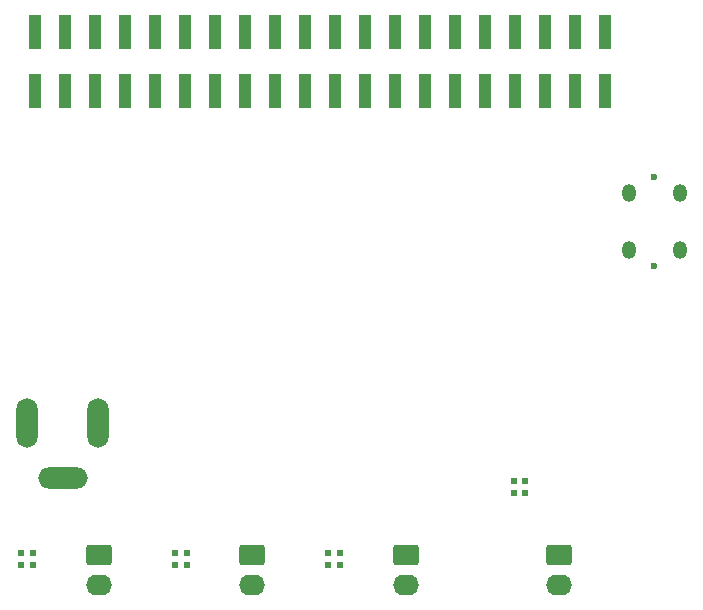
<source format=gbr>
%TF.GenerationSoftware,KiCad,Pcbnew,8.0.6*%
%TF.CreationDate,2024-10-16T15:49:25-04:00*%
%TF.ProjectId,motorgo_plink,6d6f746f-7267-46f5-9f70-6c696e6b2e6b,rev?*%
%TF.SameCoordinates,Original*%
%TF.FileFunction,Soldermask,Bot*%
%TF.FilePolarity,Negative*%
%FSLAX46Y46*%
G04 Gerber Fmt 4.6, Leading zero omitted, Abs format (unit mm)*
G04 Created by KiCad (PCBNEW 8.0.6) date 2024-10-16 15:49:25*
%MOMM*%
%LPD*%
G01*
G04 APERTURE LIST*
G04 Aperture macros list*
%AMRoundRect*
0 Rectangle with rounded corners*
0 $1 Rounding radius*
0 $2 $3 $4 $5 $6 $7 $8 $9 X,Y pos of 4 corners*
0 Add a 4 corners polygon primitive as box body*
4,1,4,$2,$3,$4,$5,$6,$7,$8,$9,$2,$3,0*
0 Add four circle primitives for the rounded corners*
1,1,$1+$1,$2,$3*
1,1,$1+$1,$4,$5*
1,1,$1+$1,$6,$7*
1,1,$1+$1,$8,$9*
0 Add four rect primitives between the rounded corners*
20,1,$1+$1,$2,$3,$4,$5,0*
20,1,$1+$1,$4,$5,$6,$7,0*
20,1,$1+$1,$6,$7,$8,$9,0*
20,1,$1+$1,$8,$9,$2,$3,0*%
G04 Aperture macros list end*
%ADD10C,0.610000*%
%ADD11RoundRect,0.250000X-0.845000X0.620000X-0.845000X-0.620000X0.845000X-0.620000X0.845000X0.620000X0*%
%ADD12O,2.190000X1.740000*%
%ADD13C,0.600000*%
%ADD14O,1.200000X1.500000*%
%ADD15O,1.800000X4.200000*%
%ADD16O,4.200000X1.800000*%
%ADD17R,1.000000X3.000000*%
G04 APERTURE END LIST*
D10*
%TO.C,U4*%
X116973500Y-105650000D03*
X116973500Y-106650000D03*
X117973500Y-105650000D03*
X117973500Y-106650000D03*
%TD*%
D11*
%TO.C,J22*%
X162530000Y-105810000D03*
D12*
X162530000Y-108350000D03*
%TD*%
D11*
%TO.C,J8*%
X123530000Y-105810000D03*
D12*
X123530000Y-108350000D03*
%TD*%
D13*
%TO.C,J1*%
X170575315Y-81292881D03*
X170575315Y-73792881D03*
D14*
X168425315Y-79942881D03*
X172725315Y-79942881D03*
X168425315Y-75142881D03*
X172725315Y-75142881D03*
%TD*%
D10*
%TO.C,U9*%
X158673500Y-99525000D03*
X158673500Y-100525000D03*
X159673500Y-99525000D03*
X159673500Y-100525000D03*
%TD*%
%TO.C,U3*%
X129973500Y-105650000D03*
X129973500Y-106650000D03*
X130973500Y-105650000D03*
X130973500Y-106650000D03*
%TD*%
D11*
%TO.C,J6*%
X136530000Y-105810000D03*
D12*
X136530000Y-108350000D03*
%TD*%
D10*
%TO.C,U5*%
X142973500Y-105650000D03*
X142973500Y-106650000D03*
X143973500Y-105650000D03*
X143973500Y-106650000D03*
%TD*%
D11*
%TO.C,J10*%
X149530000Y-105810000D03*
D12*
X149530000Y-108350000D03*
%TD*%
D15*
%TO.C,J11*%
X123500000Y-94613500D03*
X117500000Y-94613500D03*
D16*
X120500000Y-99313500D03*
%TD*%
D17*
%TO.C,J7*%
X118120000Y-66540000D03*
X118120000Y-61500000D03*
X120660000Y-66540000D03*
X120660000Y-61500000D03*
X123200000Y-66540000D03*
X123200000Y-61500000D03*
X125740000Y-66540000D03*
X125740000Y-61500000D03*
X128280000Y-66540000D03*
X128280000Y-61500000D03*
X130820000Y-66540000D03*
X130820000Y-61500000D03*
X133360000Y-66540000D03*
X133360000Y-61500000D03*
X135900000Y-66540000D03*
X135900000Y-61500000D03*
X138440000Y-66540000D03*
X138440000Y-61500000D03*
X140980000Y-66540000D03*
X140980000Y-61500000D03*
X143520000Y-66540000D03*
X143520000Y-61500000D03*
X146060000Y-66540000D03*
X146060000Y-61500000D03*
X148600000Y-66540000D03*
X148600000Y-61500000D03*
X151140000Y-66540000D03*
X151140000Y-61500000D03*
X153680000Y-66540000D03*
X153680000Y-61500000D03*
X156220000Y-66540000D03*
X156220000Y-61500000D03*
X158760000Y-66540000D03*
X158760000Y-61500000D03*
X161300000Y-66540000D03*
X161300000Y-61500000D03*
X163840000Y-66540000D03*
X163840000Y-61500000D03*
X166380000Y-66540000D03*
X166380000Y-61500000D03*
%TD*%
M02*

</source>
